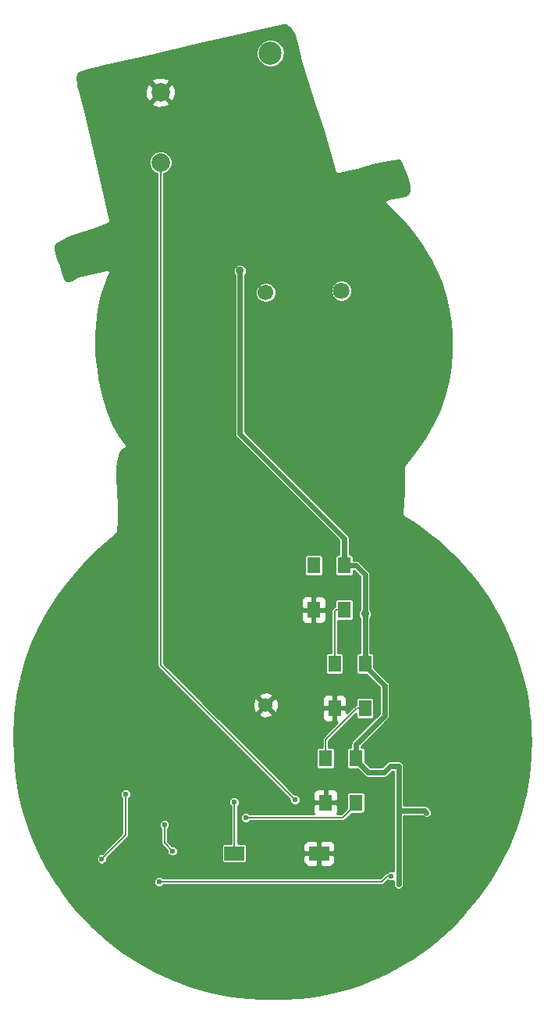
<source format=gbr>
G04 #@! TF.FileFunction,Copper,L1,Top,Signal*
%FSLAX46Y46*%
G04 Gerber Fmt 4.6, Leading zero omitted, Abs format (unit mm)*
G04 Created by KiCad (PCBNEW 4.0.4-stable) date 12/07/16 00:33:37*
%MOMM*%
%LPD*%
G01*
G04 APERTURE LIST*
%ADD10C,0.100000*%
%ADD11C,1.700000*%
%ADD12C,1.524000*%
%ADD13R,1.400000X1.800000*%
%ADD14C,2.000000*%
%ADD15R,2.180000X1.600000*%
%ADD16C,1.800000*%
%ADD17C,2.500000*%
%ADD18C,0.600000*%
%ADD19C,0.890000*%
%ADD20C,0.200000*%
%ADD21C,0.600000*%
%ADD22C,0.254000*%
G04 APERTURE END LIST*
D10*
D11*
X204350000Y-110825000D03*
D12*
X204350000Y-155525000D03*
D13*
X212875000Y-140400000D03*
X209575000Y-140400000D03*
X209575000Y-145200000D03*
X212875000Y-145200000D03*
X215125000Y-151050000D03*
X211825000Y-151050000D03*
X211825000Y-155850000D03*
X215125000Y-155850000D03*
D14*
X192950000Y-89150000D03*
X192950000Y-96749680D03*
D13*
X214150000Y-161275000D03*
X210850000Y-161275000D03*
X210850000Y-166075000D03*
X214150000Y-166075000D03*
D15*
X210152430Y-171577320D03*
X200947570Y-171572680D03*
D16*
X212575000Y-110625000D03*
D17*
X204875000Y-84925000D03*
D18*
X207950000Y-145250000D03*
X210125000Y-155850000D03*
X210850000Y-163500000D03*
X222348591Y-175673591D03*
X220075000Y-141575000D03*
X220150000Y-145400000D03*
X223100000Y-143525000D03*
X204175000Y-100550000D03*
X204175000Y-106050000D03*
X222425000Y-162350000D03*
X216250000Y-161625000D03*
X191725000Y-150625000D03*
X189900000Y-153500000D03*
X181425000Y-158425000D03*
X229550000Y-157175000D03*
X221800000Y-167175000D03*
X218775000Y-174925000D03*
D19*
X215125000Y-145650000D03*
X201575000Y-108475000D03*
D18*
X189150000Y-165150000D03*
X186575000Y-172175000D03*
X192800000Y-174650000D03*
X217950000Y-174025000D03*
X202200000Y-167700000D03*
X207550000Y-165775000D03*
X194250000Y-171325000D03*
X193375000Y-168475000D03*
X200950000Y-166000000D03*
D20*
X209575000Y-145200000D02*
X208000000Y-145200000D01*
X208000000Y-145200000D02*
X207950000Y-145250000D01*
X211825000Y-155850000D02*
X210125000Y-155850000D01*
X210850000Y-163500000D02*
X210850000Y-163924264D01*
X210850000Y-163924264D02*
X210850000Y-166075000D01*
D21*
X204175000Y-106050000D02*
X204175000Y-100550000D01*
X218775000Y-166975000D02*
X218775000Y-162125000D01*
X218775000Y-174925000D02*
X218775000Y-166975000D01*
X218775000Y-166975000D02*
X221600000Y-166975000D01*
X221600000Y-166975000D02*
X221800000Y-167175000D01*
X218775000Y-162125000D02*
X217860002Y-162125000D01*
X217860002Y-162125000D02*
X217210002Y-162775000D01*
X217210002Y-162775000D02*
X215450000Y-162775000D01*
X215450000Y-162775000D02*
X214150000Y-161475000D01*
X214150000Y-161475000D02*
X214150000Y-161275000D01*
X217250000Y-153375000D02*
X217250000Y-156675000D01*
X217250000Y-156675000D02*
X214150000Y-159775000D01*
X214150000Y-159775000D02*
X214150000Y-161275000D01*
X215125000Y-151050000D02*
X215125000Y-151250000D01*
X215125000Y-151250000D02*
X217250000Y-153375000D01*
X215125000Y-145650000D02*
X215125000Y-149550000D01*
X215125000Y-141350000D02*
X215125000Y-145650000D01*
X212875000Y-140400000D02*
X214175000Y-140400000D01*
X214175000Y-140400000D02*
X215125000Y-141350000D01*
X215125000Y-149550000D02*
X215125000Y-151050000D01*
X201575000Y-126150000D02*
X212875000Y-137450000D01*
X212875000Y-137450000D02*
X212875000Y-140400000D01*
X201575000Y-108475000D02*
X201575000Y-126150000D01*
D20*
X186575000Y-172175000D02*
X189150000Y-169600000D01*
X189150000Y-169600000D02*
X189150000Y-165150000D01*
X216925736Y-174625000D02*
X192825000Y-174625000D01*
X192825000Y-174625000D02*
X192800000Y-174650000D01*
X217950000Y-174025000D02*
X217525736Y-174025000D01*
X217525736Y-174025000D02*
X216925736Y-174625000D01*
X210850000Y-161275000D02*
X210850000Y-159225000D01*
X210850000Y-159225000D02*
X214225000Y-155850000D01*
X214225000Y-155850000D02*
X215125000Y-155850000D01*
X202200000Y-167700000D02*
X212725000Y-167700000D01*
X212725000Y-167700000D02*
X214150000Y-166275000D01*
X214150000Y-166275000D02*
X214150000Y-166075000D01*
X211825000Y-151050000D02*
X211825000Y-145350000D01*
X211825000Y-145350000D02*
X211975000Y-145200000D01*
X211975000Y-145200000D02*
X212875000Y-145200000D01*
X207550000Y-165775000D02*
X192950000Y-151175000D01*
X192950000Y-151175000D02*
X192950000Y-96749680D01*
X193375000Y-168475000D02*
X193375000Y-170450000D01*
X193375000Y-170450000D02*
X194250000Y-171325000D01*
X200947570Y-171572680D02*
X200947570Y-166002430D01*
X200947570Y-166002430D02*
X200950000Y-166000000D01*
D22*
G36*
X206532777Y-81886305D02*
X206635271Y-81916571D01*
X206884000Y-82081116D01*
X207143154Y-82409299D01*
X207421352Y-82989317D01*
X207709689Y-83909887D01*
X208046299Y-85323002D01*
X208048325Y-85327418D01*
X208048649Y-85332263D01*
X208153995Y-85723437D01*
X208157084Y-85729682D01*
X208157840Y-85736608D01*
X209608249Y-90343205D01*
X209608599Y-90343843D01*
X209608681Y-90344568D01*
X210556018Y-93308088D01*
X211462086Y-96280293D01*
X211880417Y-97750580D01*
X211906832Y-97802129D01*
X211931342Y-97854609D01*
X211935829Y-97858716D01*
X211938603Y-97864129D01*
X211982726Y-97901637D01*
X212025462Y-97940751D01*
X212031181Y-97942829D01*
X212035814Y-97946767D01*
X212090925Y-97964533D01*
X212145383Y-97984317D01*
X212151461Y-97984048D01*
X212157250Y-97985914D01*
X212214981Y-97981236D01*
X212272847Y-97978675D01*
X214279241Y-97486442D01*
X214281499Y-97485387D01*
X214283987Y-97485240D01*
X215923035Y-97057016D01*
X217601878Y-96681186D01*
X218815641Y-96491759D01*
X218961096Y-96702955D01*
X219431681Y-97676310D01*
X219647608Y-98255716D01*
X219815944Y-98843049D01*
X219894004Y-99261388D01*
X219916951Y-99628567D01*
X219897636Y-99831436D01*
X219851386Y-99986282D01*
X219795248Y-100083780D01*
X219730558Y-100154447D01*
X219479457Y-100302197D01*
X219021404Y-100419972D01*
X218072714Y-100568272D01*
X218050682Y-100576350D01*
X218027333Y-100578722D01*
X217517842Y-100734987D01*
X217498596Y-100745351D01*
X217477332Y-100750417D01*
X217442916Y-100775332D01*
X217405504Y-100795477D01*
X217391688Y-100812417D01*
X217373983Y-100825235D01*
X217351719Y-100861427D01*
X217324866Y-100894354D01*
X217318586Y-100915289D01*
X217307132Y-100933908D01*
X217300414Y-100975863D01*
X217288204Y-101016563D01*
X217290414Y-101038312D01*
X217286958Y-101059893D01*
X217296806Y-101101223D01*
X217301101Y-101143498D01*
X217311465Y-101162744D01*
X217316531Y-101184008D01*
X217341446Y-101218424D01*
X217361591Y-101255836D01*
X217378531Y-101269652D01*
X217391349Y-101287357D01*
X218162812Y-102002938D01*
X218917262Y-102763655D01*
X219578418Y-103489888D01*
X220219368Y-104258419D01*
X220785886Y-105002332D01*
X221327314Y-105783653D01*
X221806409Y-106547061D01*
X222257198Y-107344490D01*
X222654071Y-108129432D01*
X223020286Y-108946028D01*
X223338596Y-109755039D01*
X223624301Y-110593972D01*
X223866238Y-111430043D01*
X224073762Y-112294921D01*
X224240141Y-113161465D01*
X224370117Y-114054801D01*
X224483823Y-115289881D01*
X224518152Y-117079305D01*
X224399171Y-118785392D01*
X224133021Y-120423387D01*
X223722405Y-122006813D01*
X223166198Y-123549641D01*
X222458951Y-125066969D01*
X221589850Y-126576351D01*
X220539895Y-128101535D01*
X219389825Y-129546072D01*
X219369922Y-129584675D01*
X219345297Y-129620449D01*
X219340936Y-129640893D01*
X219331356Y-129659474D01*
X219327741Y-129702753D01*
X219318680Y-129745230D01*
X219283018Y-132327555D01*
X219149958Y-134812216D01*
X219156226Y-134855796D01*
X219157095Y-134899818D01*
X219165231Y-134918413D01*
X219168121Y-134938505D01*
X219190591Y-134976372D01*
X219208240Y-135016708D01*
X219222873Y-135030775D01*
X219233232Y-135048231D01*
X219268480Y-135074615D01*
X219300223Y-135105128D01*
X220288849Y-135737832D01*
X221242028Y-136396247D01*
X222135997Y-137062454D01*
X223000177Y-137757082D01*
X223812681Y-138461502D01*
X224596139Y-139194261D01*
X225334123Y-139939212D01*
X226043593Y-140712612D01*
X226712644Y-141501036D01*
X227353446Y-142318233D01*
X227957942Y-143153819D01*
X228534127Y-144018632D01*
X229077134Y-144905606D01*
X229591635Y-145822569D01*
X230075148Y-146765867D01*
X230528423Y-147737377D01*
X231349627Y-149782438D01*
X232052679Y-151966455D01*
X232114577Y-152186565D01*
X232368402Y-153176624D01*
X232586452Y-154195565D01*
X232760522Y-155204124D01*
X232898482Y-156246277D01*
X232996201Y-157294262D01*
X233056166Y-158378210D01*
X233076577Y-159481350D01*
X233056972Y-160624761D01*
X233035207Y-161139793D01*
X232854361Y-163216142D01*
X232526135Y-165213751D01*
X232052885Y-167146729D01*
X231435193Y-169024178D01*
X230671329Y-170855136D01*
X229757101Y-172648633D01*
X228685526Y-174414080D01*
X227446375Y-176161870D01*
X226022351Y-177907719D01*
X225753440Y-178213235D01*
X225053739Y-178969451D01*
X224322018Y-179701549D01*
X223561942Y-180405753D01*
X222770198Y-181084793D01*
X221954792Y-181731616D01*
X221109733Y-182350800D01*
X220245609Y-182934461D01*
X219353905Y-183488309D01*
X218447452Y-184004282D01*
X217515447Y-184488485D01*
X216572550Y-184933307D01*
X215606100Y-185344703D01*
X214631974Y-185715890D01*
X213636247Y-186052156D01*
X212635404Y-186347915D01*
X211616164Y-186607108D01*
X210108526Y-186915600D01*
X208255729Y-187163043D01*
X206078161Y-187294870D01*
X203738495Y-187278511D01*
X202595793Y-187211722D01*
X201480861Y-187105551D01*
X200144274Y-186915982D01*
X198108230Y-186488606D01*
X196122968Y-185912725D01*
X194191245Y-185190050D01*
X192318163Y-184322703D01*
X190510059Y-183313346D01*
X188774408Y-182165370D01*
X187119750Y-180883329D01*
X185554647Y-179472331D01*
X184410334Y-178295283D01*
X183709679Y-177502543D01*
X183032205Y-176675198D01*
X182390327Y-175828150D01*
X181775767Y-174950243D01*
X181655779Y-174764269D01*
X192222900Y-174764269D01*
X192310558Y-174976417D01*
X192472729Y-175138871D01*
X192684724Y-175226900D01*
X192914269Y-175227100D01*
X193126417Y-175139442D01*
X193264099Y-175002000D01*
X216925736Y-175002000D01*
X217070008Y-174973303D01*
X217192315Y-174891579D01*
X217596399Y-174487495D01*
X217622729Y-174513871D01*
X217834724Y-174601900D01*
X218064269Y-174602100D01*
X218198000Y-174546843D01*
X218198000Y-174924497D01*
X218197900Y-175039269D01*
X218285558Y-175251417D01*
X218366997Y-175332998D01*
X218366999Y-175333001D01*
X218367002Y-175333003D01*
X218447729Y-175413871D01*
X218659724Y-175501900D01*
X218889269Y-175502100D01*
X219101417Y-175414442D01*
X219182998Y-175333003D01*
X219183001Y-175333001D01*
X219183003Y-175332998D01*
X219263871Y-175252271D01*
X219351900Y-175040276D01*
X219352100Y-174810731D01*
X219352000Y-174810489D01*
X219352000Y-167552000D01*
X221360999Y-167552000D01*
X221391881Y-167582882D01*
X221472729Y-167663871D01*
X221684724Y-167751900D01*
X221799997Y-167752000D01*
X221800000Y-167752001D01*
X221800003Y-167752000D01*
X221914269Y-167752100D01*
X222126417Y-167664442D01*
X222207998Y-167583003D01*
X222208001Y-167583001D01*
X222208003Y-167582998D01*
X222288871Y-167502271D01*
X222376900Y-167290276D01*
X222377000Y-167175003D01*
X222377001Y-167175000D01*
X222377000Y-167174997D01*
X222377100Y-167060731D01*
X222289442Y-166848583D01*
X222127271Y-166686129D01*
X222127031Y-166686029D01*
X222008001Y-166566999D01*
X221820808Y-166441922D01*
X221600000Y-166397999D01*
X221599995Y-166398000D01*
X219352000Y-166398000D01*
X219352000Y-162125000D01*
X219308078Y-161904192D01*
X219183001Y-161716999D01*
X218995808Y-161591922D01*
X218775000Y-161548000D01*
X217860007Y-161548000D01*
X217860002Y-161547999D01*
X217639194Y-161591922D01*
X217452001Y-161716999D01*
X217451999Y-161717002D01*
X216971000Y-162198000D01*
X215689001Y-162198000D01*
X215132426Y-161641424D01*
X215132426Y-160375000D01*
X215113111Y-160272350D01*
X215052445Y-160178073D01*
X214959880Y-160114825D01*
X214850000Y-160092574D01*
X214727000Y-160092574D01*
X214727000Y-160014002D01*
X217658001Y-157083001D01*
X217783078Y-156895808D01*
X217827001Y-156675000D01*
X217827000Y-156674995D01*
X217827000Y-153375005D01*
X217827001Y-153375000D01*
X217783078Y-153154192D01*
X217693788Y-153020559D01*
X217658001Y-152966999D01*
X217657998Y-152966997D01*
X216107426Y-151416424D01*
X216107426Y-150150000D01*
X216088111Y-150047350D01*
X216027445Y-149953073D01*
X215934880Y-149889825D01*
X215825000Y-149867574D01*
X215702000Y-149867574D01*
X215702000Y-146094179D01*
X215736725Y-146059514D01*
X215846875Y-145794245D01*
X215847125Y-145507015D01*
X215737439Y-145241554D01*
X215702000Y-145206053D01*
X215702000Y-141350005D01*
X215702001Y-141350000D01*
X215658078Y-141129192D01*
X215533001Y-140941999D01*
X214583001Y-139991999D01*
X214395808Y-139866922D01*
X214175000Y-139822999D01*
X214174995Y-139823000D01*
X213857426Y-139823000D01*
X213857426Y-139500000D01*
X213838111Y-139397350D01*
X213777445Y-139303073D01*
X213684880Y-139239825D01*
X213575000Y-139217574D01*
X213452000Y-139217574D01*
X213452000Y-137450000D01*
X213408078Y-137229192D01*
X213283001Y-137041999D01*
X213282998Y-137041997D01*
X202152000Y-125910998D01*
X202152000Y-111048191D01*
X203222805Y-111048191D01*
X203394019Y-111462560D01*
X203710772Y-111779867D01*
X204124842Y-111951804D01*
X204573191Y-111952195D01*
X204987560Y-111780981D01*
X205304867Y-111464228D01*
X205476804Y-111050158D01*
X205476971Y-110858093D01*
X211397796Y-110858093D01*
X211576606Y-111290846D01*
X211907412Y-111622230D01*
X212339853Y-111801795D01*
X212808093Y-111802204D01*
X213240846Y-111623394D01*
X213572230Y-111292588D01*
X213751795Y-110860147D01*
X213752204Y-110391907D01*
X213573394Y-109959154D01*
X213242588Y-109627770D01*
X212810147Y-109448205D01*
X212341907Y-109447796D01*
X211909154Y-109626606D01*
X211577770Y-109957412D01*
X211398205Y-110389853D01*
X211397796Y-110858093D01*
X205476971Y-110858093D01*
X205477195Y-110601809D01*
X205305981Y-110187440D01*
X204989228Y-109870133D01*
X204575158Y-109698196D01*
X204126809Y-109697805D01*
X203712440Y-109869019D01*
X203395133Y-110185772D01*
X203223196Y-110599842D01*
X203222805Y-111048191D01*
X202152000Y-111048191D01*
X202152000Y-108919179D01*
X202186725Y-108884514D01*
X202296875Y-108619245D01*
X202297125Y-108332015D01*
X202187439Y-108066554D01*
X201984514Y-107863275D01*
X201719245Y-107753125D01*
X201432015Y-107752875D01*
X201166554Y-107862561D01*
X200963275Y-108065486D01*
X200853125Y-108330755D01*
X200852875Y-108617985D01*
X200962561Y-108883446D01*
X200998000Y-108918947D01*
X200998000Y-126149995D01*
X200997999Y-126150000D01*
X201041922Y-126370808D01*
X201166999Y-126558001D01*
X212298000Y-137689001D01*
X212298000Y-139217574D01*
X212175000Y-139217574D01*
X212072350Y-139236889D01*
X211978073Y-139297555D01*
X211914825Y-139390120D01*
X211892574Y-139500000D01*
X211892574Y-141300000D01*
X211911889Y-141402650D01*
X211972555Y-141496927D01*
X212065120Y-141560175D01*
X212175000Y-141582426D01*
X213575000Y-141582426D01*
X213677650Y-141563111D01*
X213771927Y-141502445D01*
X213835175Y-141409880D01*
X213857426Y-141300000D01*
X213857426Y-140977000D01*
X213935998Y-140977000D01*
X214548000Y-141589002D01*
X214548000Y-145205821D01*
X214513275Y-145240486D01*
X214403125Y-145505755D01*
X214402875Y-145792985D01*
X214512561Y-146058446D01*
X214548000Y-146093947D01*
X214548000Y-149867574D01*
X214425000Y-149867574D01*
X214322350Y-149886889D01*
X214228073Y-149947555D01*
X214164825Y-150040120D01*
X214142574Y-150150000D01*
X214142574Y-151950000D01*
X214161889Y-152052650D01*
X214222555Y-152146927D01*
X214315120Y-152210175D01*
X214425000Y-152232426D01*
X215291424Y-152232426D01*
X216673000Y-153614001D01*
X216673000Y-156435998D01*
X213741999Y-159366999D01*
X213616922Y-159554192D01*
X213572999Y-159775000D01*
X213573000Y-159775005D01*
X213573000Y-160092574D01*
X213450000Y-160092574D01*
X213347350Y-160111889D01*
X213253073Y-160172555D01*
X213189825Y-160265120D01*
X213167574Y-160375000D01*
X213167574Y-162175000D01*
X213186889Y-162277650D01*
X213247555Y-162371927D01*
X213340120Y-162435175D01*
X213450000Y-162457426D01*
X214316424Y-162457426D01*
X215041997Y-163182998D01*
X215041999Y-163183001D01*
X215195045Y-163285262D01*
X215229192Y-163308078D01*
X215450000Y-163352001D01*
X215450005Y-163352000D01*
X217209997Y-163352000D01*
X217210002Y-163352001D01*
X217430810Y-163308078D01*
X217618003Y-163183001D01*
X218099003Y-162702000D01*
X218198000Y-162702000D01*
X218198000Y-173503212D01*
X218065276Y-173448100D01*
X217835731Y-173447900D01*
X217623583Y-173535558D01*
X217507264Y-173651674D01*
X217381464Y-173676697D01*
X217259157Y-173758421D01*
X216769578Y-174248000D01*
X193213991Y-174248000D01*
X193127271Y-174161129D01*
X192915276Y-174073100D01*
X192685731Y-174072900D01*
X192473583Y-174160558D01*
X192311129Y-174322729D01*
X192223100Y-174534724D01*
X192222900Y-174764269D01*
X181655779Y-174764269D01*
X181200507Y-174058632D01*
X180655159Y-173138694D01*
X180194256Y-172289269D01*
X185997900Y-172289269D01*
X186085558Y-172501417D01*
X186247729Y-172663871D01*
X186459724Y-172751900D01*
X186689269Y-172752100D01*
X186901417Y-172664442D01*
X187063871Y-172502271D01*
X187151900Y-172290276D01*
X187152039Y-172131119D01*
X189416579Y-169866579D01*
X189498303Y-169744272D01*
X189527000Y-169600000D01*
X189527000Y-168589269D01*
X192797900Y-168589269D01*
X192885558Y-168801417D01*
X192998000Y-168914055D01*
X192998000Y-170450000D01*
X193026697Y-170594272D01*
X193108421Y-170716579D01*
X193673038Y-171281196D01*
X193672900Y-171439269D01*
X193760558Y-171651417D01*
X193922729Y-171813871D01*
X194134724Y-171901900D01*
X194364269Y-171902100D01*
X194576417Y-171814442D01*
X194738871Y-171652271D01*
X194826900Y-171440276D01*
X194827100Y-171210731D01*
X194739442Y-170998583D01*
X194577271Y-170836129D01*
X194424471Y-170772680D01*
X199575144Y-170772680D01*
X199575144Y-172372680D01*
X199594459Y-172475330D01*
X199655125Y-172569607D01*
X199747690Y-172632855D01*
X199857570Y-172655106D01*
X202037570Y-172655106D01*
X202140220Y-172635791D01*
X202234497Y-172575125D01*
X202297745Y-172482560D01*
X202319996Y-172372680D01*
X202319996Y-171863070D01*
X208427430Y-171863070D01*
X208427430Y-172503630D01*
X208524103Y-172737019D01*
X208702732Y-172915647D01*
X208936121Y-173012320D01*
X209866680Y-173012320D01*
X210025430Y-172853570D01*
X210025430Y-171704320D01*
X210279430Y-171704320D01*
X210279430Y-172853570D01*
X210438180Y-173012320D01*
X211368739Y-173012320D01*
X211602128Y-172915647D01*
X211780757Y-172737019D01*
X211877430Y-172503630D01*
X211877430Y-171863070D01*
X211718680Y-171704320D01*
X210279430Y-171704320D01*
X210025430Y-171704320D01*
X208586180Y-171704320D01*
X208427430Y-171863070D01*
X202319996Y-171863070D01*
X202319996Y-170772680D01*
X202300681Y-170670030D01*
X202288442Y-170651010D01*
X208427430Y-170651010D01*
X208427430Y-171291570D01*
X208586180Y-171450320D01*
X210025430Y-171450320D01*
X210025430Y-170301070D01*
X210279430Y-170301070D01*
X210279430Y-171450320D01*
X211718680Y-171450320D01*
X211877430Y-171291570D01*
X211877430Y-170651010D01*
X211780757Y-170417621D01*
X211602128Y-170238993D01*
X211368739Y-170142320D01*
X210438180Y-170142320D01*
X210279430Y-170301070D01*
X210025430Y-170301070D01*
X209866680Y-170142320D01*
X208936121Y-170142320D01*
X208702732Y-170238993D01*
X208524103Y-170417621D01*
X208427430Y-170651010D01*
X202288442Y-170651010D01*
X202240015Y-170575753D01*
X202147450Y-170512505D01*
X202037570Y-170490254D01*
X201324570Y-170490254D01*
X201324570Y-167814269D01*
X201622900Y-167814269D01*
X201710558Y-168026417D01*
X201872729Y-168188871D01*
X202084724Y-168276900D01*
X202314269Y-168277100D01*
X202526417Y-168189442D01*
X202639055Y-168077000D01*
X212725000Y-168077000D01*
X212869272Y-168048303D01*
X212991579Y-167966579D01*
X213700732Y-167257426D01*
X214850000Y-167257426D01*
X214952650Y-167238111D01*
X215046927Y-167177445D01*
X215110175Y-167084880D01*
X215132426Y-166975000D01*
X215132426Y-165175000D01*
X215113111Y-165072350D01*
X215052445Y-164978073D01*
X214959880Y-164914825D01*
X214850000Y-164892574D01*
X213450000Y-164892574D01*
X213347350Y-164911889D01*
X213253073Y-164972555D01*
X213189825Y-165065120D01*
X213167574Y-165175000D01*
X213167574Y-166724268D01*
X212568842Y-167323000D01*
X212093173Y-167323000D01*
X212185000Y-167101310D01*
X212185000Y-166360750D01*
X212026250Y-166202000D01*
X210977000Y-166202000D01*
X210977000Y-166222000D01*
X210723000Y-166222000D01*
X210723000Y-166202000D01*
X209673750Y-166202000D01*
X209515000Y-166360750D01*
X209515000Y-167101310D01*
X209606827Y-167323000D01*
X202638947Y-167323000D01*
X202527271Y-167211129D01*
X202315276Y-167123100D01*
X202085731Y-167122900D01*
X201873583Y-167210558D01*
X201711129Y-167372729D01*
X201623100Y-167584724D01*
X201622900Y-167814269D01*
X201324570Y-167814269D01*
X201324570Y-166441373D01*
X201438871Y-166327271D01*
X201526900Y-166115276D01*
X201527100Y-165885731D01*
X201439442Y-165673583D01*
X201277271Y-165511129D01*
X201065276Y-165423100D01*
X200835731Y-165422900D01*
X200623583Y-165510558D01*
X200461129Y-165672729D01*
X200373100Y-165884724D01*
X200372900Y-166114269D01*
X200460558Y-166326417D01*
X200570570Y-166436621D01*
X200570570Y-170490254D01*
X199857570Y-170490254D01*
X199754920Y-170509569D01*
X199660643Y-170570235D01*
X199597395Y-170662800D01*
X199575144Y-170772680D01*
X194424471Y-170772680D01*
X194365276Y-170748100D01*
X194206119Y-170747961D01*
X193752000Y-170293842D01*
X193752000Y-168913947D01*
X193863871Y-168802271D01*
X193951900Y-168590276D01*
X193952100Y-168360731D01*
X193864442Y-168148583D01*
X193702271Y-167986129D01*
X193490276Y-167898100D01*
X193260731Y-167897900D01*
X193048583Y-167985558D01*
X192886129Y-168147729D01*
X192798100Y-168359724D01*
X192797900Y-168589269D01*
X189527000Y-168589269D01*
X189527000Y-165588947D01*
X189638871Y-165477271D01*
X189726900Y-165265276D01*
X189727100Y-165035731D01*
X189639442Y-164823583D01*
X189477271Y-164661129D01*
X189265276Y-164573100D01*
X189035731Y-164572900D01*
X188823583Y-164660558D01*
X188661129Y-164822729D01*
X188573100Y-165034724D01*
X188572900Y-165264269D01*
X188660558Y-165476417D01*
X188773000Y-165589055D01*
X188773000Y-169443842D01*
X186618804Y-171598038D01*
X186460731Y-171597900D01*
X186248583Y-171685558D01*
X186086129Y-171847729D01*
X185998100Y-172059724D01*
X185997900Y-172289269D01*
X180194256Y-172289269D01*
X180151385Y-172210260D01*
X179679724Y-171256017D01*
X179250689Y-170297487D01*
X178855637Y-169315603D01*
X178503397Y-168332629D01*
X178186654Y-167328493D01*
X177912398Y-166325646D01*
X177674936Y-165303608D01*
X177479304Y-164284327D01*
X177322054Y-163250638D01*
X177130962Y-161226378D01*
X177074818Y-158869984D01*
X177175662Y-156643395D01*
X177425119Y-154533846D01*
X177817063Y-152528012D01*
X178347790Y-150612915D01*
X179016289Y-148775704D01*
X179824410Y-147003694D01*
X180777271Y-145284002D01*
X181883789Y-143603105D01*
X183157703Y-141945893D01*
X184619612Y-140293915D01*
X186301428Y-138621437D01*
X188197586Y-136936750D01*
X188234869Y-136887507D01*
X188272757Y-136838769D01*
X188273319Y-136836722D01*
X188274602Y-136835028D01*
X188290194Y-136775297D01*
X188306555Y-136715739D01*
X188391089Y-135539560D01*
X188389327Y-135525493D01*
X188391898Y-135511554D01*
X188368704Y-133850330D01*
X188367813Y-133846156D01*
X188368479Y-133841940D01*
X188252614Y-130919709D01*
X188265365Y-129991468D01*
X188337467Y-129144614D01*
X188466896Y-128477060D01*
X188559941Y-128191590D01*
X188642302Y-128036034D01*
X188712015Y-127954036D01*
X188995399Y-127781750D01*
X189027624Y-127769542D01*
X189062114Y-127747992D01*
X189099345Y-127731608D01*
X189115732Y-127714489D01*
X189135827Y-127701933D01*
X189159445Y-127668823D01*
X189187571Y-127639441D01*
X189196159Y-127617354D01*
X189209921Y-127598062D01*
X189219071Y-127558431D01*
X189233811Y-127520525D01*
X189233293Y-127496835D01*
X189238625Y-127473743D01*
X189231912Y-127433626D01*
X189231024Y-127392965D01*
X189221480Y-127371276D01*
X189217569Y-127347904D01*
X189196015Y-127313409D01*
X189179634Y-127276184D01*
X188500417Y-126306224D01*
X187852874Y-125108230D01*
X187252022Y-123665247D01*
X186730460Y-122001337D01*
X186320880Y-120163709D01*
X186168423Y-119207708D01*
X186053615Y-118235085D01*
X185978932Y-117263483D01*
X185944602Y-116289920D01*
X185951255Y-115346409D01*
X185998668Y-114411491D01*
X186083481Y-113528594D01*
X186207909Y-112662834D01*
X186363356Y-111862241D01*
X186556198Y-111084956D01*
X186772733Y-110377738D01*
X187023060Y-109699913D01*
X187431362Y-108803156D01*
X187440579Y-108763952D01*
X187455417Y-108726513D01*
X187455047Y-108702416D01*
X187460563Y-108678954D01*
X187454076Y-108639207D01*
X187453457Y-108598940D01*
X187443892Y-108576816D01*
X187440010Y-108553030D01*
X187418808Y-108518794D01*
X187402826Y-108481827D01*
X187385522Y-108465047D01*
X187372833Y-108444557D01*
X187340143Y-108421041D01*
X187311231Y-108393004D01*
X187288824Y-108384124D01*
X187269260Y-108370050D01*
X187230056Y-108360833D01*
X187192617Y-108345995D01*
X187168520Y-108346365D01*
X187145058Y-108340849D01*
X187105311Y-108347336D01*
X187065044Y-108347955D01*
X185903881Y-108597528D01*
X185902987Y-108597914D01*
X185902014Y-108597935D01*
X184411520Y-108927418D01*
X184398220Y-108933261D01*
X184383777Y-108934842D01*
X184072140Y-109033093D01*
X184049846Y-109045323D01*
X184025295Y-109051950D01*
X183623463Y-109251032D01*
X183614434Y-109257987D01*
X183603659Y-109261707D01*
X183314247Y-109430813D01*
X183060776Y-109523320D01*
X182857883Y-109525475D01*
X182761158Y-109499015D01*
X182675471Y-109452664D01*
X182607146Y-109392478D01*
X182444360Y-109133044D01*
X182290917Y-108646654D01*
X182117946Y-107915104D01*
X182109260Y-107896092D01*
X182105877Y-107875470D01*
X181841701Y-107171420D01*
X181628756Y-106596835D01*
X181515307Y-106071165D01*
X181531009Y-105771209D01*
X181543180Y-105738535D01*
X181706436Y-105544974D01*
X182116228Y-105273195D01*
X182887727Y-104926366D01*
X184060550Y-104506745D01*
X184061399Y-104506236D01*
X184062377Y-104506085D01*
X184110012Y-104488722D01*
X185758403Y-103923298D01*
X185760660Y-103921985D01*
X185763240Y-103921596D01*
X187244694Y-103387325D01*
X187282518Y-103364525D01*
X187322840Y-103346508D01*
X187336698Y-103331865D01*
X187353965Y-103321457D01*
X187380186Y-103285916D01*
X187410543Y-103253841D01*
X187417742Y-103235011D01*
X187429713Y-103218786D01*
X187440337Y-103175915D01*
X187456109Y-103134665D01*
X187455554Y-103114513D01*
X187460404Y-103094943D01*
X187453813Y-103051267D01*
X187452598Y-103007125D01*
X186085491Y-97002577D01*
X191672779Y-97002577D01*
X191866781Y-97472097D01*
X192225693Y-97831637D01*
X192573000Y-97975851D01*
X192573000Y-151175000D01*
X192601697Y-151319272D01*
X192683421Y-151441579D01*
X206973038Y-165731196D01*
X206972900Y-165889269D01*
X207060558Y-166101417D01*
X207222729Y-166263871D01*
X207434724Y-166351900D01*
X207664269Y-166352100D01*
X207876417Y-166264442D01*
X208038871Y-166102271D01*
X208126900Y-165890276D01*
X208127100Y-165660731D01*
X208039442Y-165448583D01*
X207877271Y-165286129D01*
X207665276Y-165198100D01*
X207506119Y-165197961D01*
X207356848Y-165048690D01*
X209515000Y-165048690D01*
X209515000Y-165789250D01*
X209673750Y-165948000D01*
X210723000Y-165948000D01*
X210723000Y-164698750D01*
X210977000Y-164698750D01*
X210977000Y-165948000D01*
X212026250Y-165948000D01*
X212185000Y-165789250D01*
X212185000Y-165048690D01*
X212088327Y-164815301D01*
X211909698Y-164636673D01*
X211676309Y-164540000D01*
X211135750Y-164540000D01*
X210977000Y-164698750D01*
X210723000Y-164698750D01*
X210564250Y-164540000D01*
X210023691Y-164540000D01*
X209790302Y-164636673D01*
X209611673Y-164815301D01*
X209515000Y-165048690D01*
X207356848Y-165048690D01*
X202683158Y-160375000D01*
X209867574Y-160375000D01*
X209867574Y-162175000D01*
X209886889Y-162277650D01*
X209947555Y-162371927D01*
X210040120Y-162435175D01*
X210150000Y-162457426D01*
X211550000Y-162457426D01*
X211652650Y-162438111D01*
X211746927Y-162377445D01*
X211810175Y-162284880D01*
X211832426Y-162175000D01*
X211832426Y-160375000D01*
X211813111Y-160272350D01*
X211752445Y-160178073D01*
X211659880Y-160114825D01*
X211550000Y-160092574D01*
X211227000Y-160092574D01*
X211227000Y-159381158D01*
X214142574Y-156465584D01*
X214142574Y-156750000D01*
X214161889Y-156852650D01*
X214222555Y-156946927D01*
X214315120Y-157010175D01*
X214425000Y-157032426D01*
X215825000Y-157032426D01*
X215927650Y-157013111D01*
X216021927Y-156952445D01*
X216085175Y-156859880D01*
X216107426Y-156750000D01*
X216107426Y-154950000D01*
X216088111Y-154847350D01*
X216027445Y-154753073D01*
X215934880Y-154689825D01*
X215825000Y-154667574D01*
X214425000Y-154667574D01*
X214322350Y-154686889D01*
X214228073Y-154747555D01*
X214164825Y-154840120D01*
X214142574Y-154950000D01*
X214142574Y-155489395D01*
X214080728Y-155501697D01*
X213958421Y-155583421D01*
X213160000Y-156381842D01*
X213160000Y-156135750D01*
X213001250Y-155977000D01*
X211952000Y-155977000D01*
X211952000Y-157226250D01*
X212110750Y-157385000D01*
X212156842Y-157385000D01*
X210583421Y-158958421D01*
X210501697Y-159080728D01*
X210473000Y-159225000D01*
X210473000Y-160092574D01*
X210150000Y-160092574D01*
X210047350Y-160111889D01*
X209953073Y-160172555D01*
X209889825Y-160265120D01*
X209867574Y-160375000D01*
X202683158Y-160375000D01*
X198813371Y-156505213D01*
X203549392Y-156505213D01*
X203618857Y-156747397D01*
X204142302Y-156934144D01*
X204697368Y-156906362D01*
X205081143Y-156747397D01*
X205150608Y-156505213D01*
X204350000Y-155704605D01*
X203549392Y-156505213D01*
X198813371Y-156505213D01*
X197625460Y-155317302D01*
X202940856Y-155317302D01*
X202968638Y-155872368D01*
X203127603Y-156256143D01*
X203369787Y-156325608D01*
X204170395Y-155525000D01*
X204529605Y-155525000D01*
X205330213Y-156325608D01*
X205572397Y-156256143D01*
X205615349Y-156135750D01*
X210490000Y-156135750D01*
X210490000Y-156876310D01*
X210586673Y-157109699D01*
X210765302Y-157288327D01*
X210998691Y-157385000D01*
X211539250Y-157385000D01*
X211698000Y-157226250D01*
X211698000Y-155977000D01*
X210648750Y-155977000D01*
X210490000Y-156135750D01*
X205615349Y-156135750D01*
X205759144Y-155732698D01*
X205731362Y-155177632D01*
X205584755Y-154823690D01*
X210490000Y-154823690D01*
X210490000Y-155564250D01*
X210648750Y-155723000D01*
X211698000Y-155723000D01*
X211698000Y-154473750D01*
X211952000Y-154473750D01*
X211952000Y-155723000D01*
X213001250Y-155723000D01*
X213160000Y-155564250D01*
X213160000Y-154823690D01*
X213063327Y-154590301D01*
X212884698Y-154411673D01*
X212651309Y-154315000D01*
X212110750Y-154315000D01*
X211952000Y-154473750D01*
X211698000Y-154473750D01*
X211539250Y-154315000D01*
X210998691Y-154315000D01*
X210765302Y-154411673D01*
X210586673Y-154590301D01*
X210490000Y-154823690D01*
X205584755Y-154823690D01*
X205572397Y-154793857D01*
X205330213Y-154724392D01*
X204529605Y-155525000D01*
X204170395Y-155525000D01*
X203369787Y-154724392D01*
X203127603Y-154793857D01*
X202940856Y-155317302D01*
X197625460Y-155317302D01*
X196852945Y-154544787D01*
X203549392Y-154544787D01*
X204350000Y-155345395D01*
X205150608Y-154544787D01*
X205081143Y-154302603D01*
X204557698Y-154115856D01*
X204002632Y-154143638D01*
X203618857Y-154302603D01*
X203549392Y-154544787D01*
X196852945Y-154544787D01*
X193327000Y-151018842D01*
X193327000Y-150150000D01*
X210842574Y-150150000D01*
X210842574Y-151950000D01*
X210861889Y-152052650D01*
X210922555Y-152146927D01*
X211015120Y-152210175D01*
X211125000Y-152232426D01*
X212525000Y-152232426D01*
X212627650Y-152213111D01*
X212721927Y-152152445D01*
X212785175Y-152059880D01*
X212807426Y-151950000D01*
X212807426Y-150150000D01*
X212788111Y-150047350D01*
X212727445Y-149953073D01*
X212634880Y-149889825D01*
X212525000Y-149867574D01*
X212202000Y-149867574D01*
X212202000Y-146382426D01*
X213575000Y-146382426D01*
X213677650Y-146363111D01*
X213771927Y-146302445D01*
X213835175Y-146209880D01*
X213857426Y-146100000D01*
X213857426Y-144300000D01*
X213838111Y-144197350D01*
X213777445Y-144103073D01*
X213684880Y-144039825D01*
X213575000Y-144017574D01*
X212175000Y-144017574D01*
X212072350Y-144036889D01*
X211978073Y-144097555D01*
X211914825Y-144190120D01*
X211892574Y-144300000D01*
X211892574Y-144839395D01*
X211830728Y-144851697D01*
X211708421Y-144933421D01*
X211558421Y-145083421D01*
X211476697Y-145205728D01*
X211448000Y-145350000D01*
X211448000Y-149867574D01*
X211125000Y-149867574D01*
X211022350Y-149886889D01*
X210928073Y-149947555D01*
X210864825Y-150040120D01*
X210842574Y-150150000D01*
X193327000Y-150150000D01*
X193327000Y-145485750D01*
X208240000Y-145485750D01*
X208240000Y-146226310D01*
X208336673Y-146459699D01*
X208515302Y-146638327D01*
X208748691Y-146735000D01*
X209289250Y-146735000D01*
X209448000Y-146576250D01*
X209448000Y-145327000D01*
X209702000Y-145327000D01*
X209702000Y-146576250D01*
X209860750Y-146735000D01*
X210401309Y-146735000D01*
X210634698Y-146638327D01*
X210813327Y-146459699D01*
X210910000Y-146226310D01*
X210910000Y-145485750D01*
X210751250Y-145327000D01*
X209702000Y-145327000D01*
X209448000Y-145327000D01*
X208398750Y-145327000D01*
X208240000Y-145485750D01*
X193327000Y-145485750D01*
X193327000Y-144173690D01*
X208240000Y-144173690D01*
X208240000Y-144914250D01*
X208398750Y-145073000D01*
X209448000Y-145073000D01*
X209448000Y-143823750D01*
X209702000Y-143823750D01*
X209702000Y-145073000D01*
X210751250Y-145073000D01*
X210910000Y-144914250D01*
X210910000Y-144173690D01*
X210813327Y-143940301D01*
X210634698Y-143761673D01*
X210401309Y-143665000D01*
X209860750Y-143665000D01*
X209702000Y-143823750D01*
X209448000Y-143823750D01*
X209289250Y-143665000D01*
X208748691Y-143665000D01*
X208515302Y-143761673D01*
X208336673Y-143940301D01*
X208240000Y-144173690D01*
X193327000Y-144173690D01*
X193327000Y-139500000D01*
X208592574Y-139500000D01*
X208592574Y-141300000D01*
X208611889Y-141402650D01*
X208672555Y-141496927D01*
X208765120Y-141560175D01*
X208875000Y-141582426D01*
X210275000Y-141582426D01*
X210377650Y-141563111D01*
X210471927Y-141502445D01*
X210535175Y-141409880D01*
X210557426Y-141300000D01*
X210557426Y-139500000D01*
X210538111Y-139397350D01*
X210477445Y-139303073D01*
X210384880Y-139239825D01*
X210275000Y-139217574D01*
X208875000Y-139217574D01*
X208772350Y-139236889D01*
X208678073Y-139297555D01*
X208614825Y-139390120D01*
X208592574Y-139500000D01*
X193327000Y-139500000D01*
X193327000Y-97975623D01*
X193672417Y-97832899D01*
X194031957Y-97473987D01*
X194226778Y-97004805D01*
X194227221Y-96496783D01*
X194033219Y-96027263D01*
X193674307Y-95667723D01*
X193205125Y-95472902D01*
X192697103Y-95472459D01*
X192227583Y-95666461D01*
X191868043Y-96025373D01*
X191673222Y-96494555D01*
X191672779Y-97002577D01*
X186085491Y-97002577D01*
X186085136Y-97001021D01*
X186084947Y-97000598D01*
X186084933Y-97000134D01*
X184658427Y-90814207D01*
X184655892Y-90808577D01*
X184655476Y-90802414D01*
X184520450Y-90302532D01*
X191977073Y-90302532D01*
X192075736Y-90569387D01*
X192685461Y-90795908D01*
X193335460Y-90771856D01*
X193824264Y-90569387D01*
X193922927Y-90302532D01*
X192950000Y-89329605D01*
X191977073Y-90302532D01*
X184520450Y-90302532D01*
X184326237Y-89583538D01*
X184158268Y-88885461D01*
X191304092Y-88885461D01*
X191328144Y-89535460D01*
X191530613Y-90024264D01*
X191797468Y-90122927D01*
X192770395Y-89150000D01*
X193129605Y-89150000D01*
X194102532Y-90122927D01*
X194369387Y-90024264D01*
X194595908Y-89414539D01*
X194571856Y-88764540D01*
X194369387Y-88275736D01*
X194102532Y-88177073D01*
X193129605Y-89150000D01*
X192770395Y-89150000D01*
X191797468Y-88177073D01*
X191530613Y-88275736D01*
X191304092Y-88885461D01*
X184158268Y-88885461D01*
X184047224Y-88423968D01*
X183980013Y-87997468D01*
X191977073Y-87997468D01*
X192950000Y-88970395D01*
X193922927Y-87997468D01*
X193824264Y-87730613D01*
X193214539Y-87504092D01*
X192564540Y-87528144D01*
X192075736Y-87730613D01*
X191977073Y-87997468D01*
X183980013Y-87997468D01*
X183964026Y-87896022D01*
X183942975Y-87448989D01*
X183966576Y-87244416D01*
X184027596Y-87088747D01*
X184313661Y-86936439D01*
X185067782Y-86697952D01*
X186360895Y-86399065D01*
X186442883Y-86380780D01*
X186443570Y-86380477D01*
X186444323Y-86380456D01*
X191506821Y-85227407D01*
X203347735Y-85227407D01*
X203579717Y-85788846D01*
X204008894Y-86218773D01*
X204569928Y-86451735D01*
X205177407Y-86452265D01*
X205738846Y-86220283D01*
X206168773Y-85791106D01*
X206401735Y-85230072D01*
X206402265Y-84622593D01*
X206170283Y-84061154D01*
X205741106Y-83631227D01*
X205180072Y-83398265D01*
X204572593Y-83397735D01*
X204011154Y-83629717D01*
X203581227Y-84058894D01*
X203348265Y-84619928D01*
X203347735Y-85227407D01*
X191506821Y-85227407D01*
X196472738Y-84096356D01*
X206240030Y-81896896D01*
X206404575Y-81876397D01*
X206532777Y-81886305D01*
X206532777Y-81886305D01*
G37*
X206532777Y-81886305D02*
X206635271Y-81916571D01*
X206884000Y-82081116D01*
X207143154Y-82409299D01*
X207421352Y-82989317D01*
X207709689Y-83909887D01*
X208046299Y-85323002D01*
X208048325Y-85327418D01*
X208048649Y-85332263D01*
X208153995Y-85723437D01*
X208157084Y-85729682D01*
X208157840Y-85736608D01*
X209608249Y-90343205D01*
X209608599Y-90343843D01*
X209608681Y-90344568D01*
X210556018Y-93308088D01*
X211462086Y-96280293D01*
X211880417Y-97750580D01*
X211906832Y-97802129D01*
X211931342Y-97854609D01*
X211935829Y-97858716D01*
X211938603Y-97864129D01*
X211982726Y-97901637D01*
X212025462Y-97940751D01*
X212031181Y-97942829D01*
X212035814Y-97946767D01*
X212090925Y-97964533D01*
X212145383Y-97984317D01*
X212151461Y-97984048D01*
X212157250Y-97985914D01*
X212214981Y-97981236D01*
X212272847Y-97978675D01*
X214279241Y-97486442D01*
X214281499Y-97485387D01*
X214283987Y-97485240D01*
X215923035Y-97057016D01*
X217601878Y-96681186D01*
X218815641Y-96491759D01*
X218961096Y-96702955D01*
X219431681Y-97676310D01*
X219647608Y-98255716D01*
X219815944Y-98843049D01*
X219894004Y-99261388D01*
X219916951Y-99628567D01*
X219897636Y-99831436D01*
X219851386Y-99986282D01*
X219795248Y-100083780D01*
X219730558Y-100154447D01*
X219479457Y-100302197D01*
X219021404Y-100419972D01*
X218072714Y-100568272D01*
X218050682Y-100576350D01*
X218027333Y-100578722D01*
X217517842Y-100734987D01*
X217498596Y-100745351D01*
X217477332Y-100750417D01*
X217442916Y-100775332D01*
X217405504Y-100795477D01*
X217391688Y-100812417D01*
X217373983Y-100825235D01*
X217351719Y-100861427D01*
X217324866Y-100894354D01*
X217318586Y-100915289D01*
X217307132Y-100933908D01*
X217300414Y-100975863D01*
X217288204Y-101016563D01*
X217290414Y-101038312D01*
X217286958Y-101059893D01*
X217296806Y-101101223D01*
X217301101Y-101143498D01*
X217311465Y-101162744D01*
X217316531Y-101184008D01*
X217341446Y-101218424D01*
X217361591Y-101255836D01*
X217378531Y-101269652D01*
X217391349Y-101287357D01*
X218162812Y-102002938D01*
X218917262Y-102763655D01*
X219578418Y-103489888D01*
X220219368Y-104258419D01*
X220785886Y-105002332D01*
X221327314Y-105783653D01*
X221806409Y-106547061D01*
X222257198Y-107344490D01*
X222654071Y-108129432D01*
X223020286Y-108946028D01*
X223338596Y-109755039D01*
X223624301Y-110593972D01*
X223866238Y-111430043D01*
X224073762Y-112294921D01*
X224240141Y-113161465D01*
X224370117Y-114054801D01*
X224483823Y-115289881D01*
X224518152Y-117079305D01*
X224399171Y-118785392D01*
X224133021Y-120423387D01*
X223722405Y-122006813D01*
X223166198Y-123549641D01*
X222458951Y-125066969D01*
X221589850Y-126576351D01*
X220539895Y-128101535D01*
X219389825Y-129546072D01*
X219369922Y-129584675D01*
X219345297Y-129620449D01*
X219340936Y-129640893D01*
X219331356Y-129659474D01*
X219327741Y-129702753D01*
X219318680Y-129745230D01*
X219283018Y-132327555D01*
X219149958Y-134812216D01*
X219156226Y-134855796D01*
X219157095Y-134899818D01*
X219165231Y-134918413D01*
X219168121Y-134938505D01*
X219190591Y-134976372D01*
X219208240Y-135016708D01*
X219222873Y-135030775D01*
X219233232Y-135048231D01*
X219268480Y-135074615D01*
X219300223Y-135105128D01*
X220288849Y-135737832D01*
X221242028Y-136396247D01*
X222135997Y-137062454D01*
X223000177Y-137757082D01*
X223812681Y-138461502D01*
X224596139Y-139194261D01*
X225334123Y-139939212D01*
X226043593Y-140712612D01*
X226712644Y-141501036D01*
X227353446Y-142318233D01*
X227957942Y-143153819D01*
X228534127Y-144018632D01*
X229077134Y-144905606D01*
X229591635Y-145822569D01*
X230075148Y-146765867D01*
X230528423Y-147737377D01*
X231349627Y-149782438D01*
X232052679Y-151966455D01*
X232114577Y-152186565D01*
X232368402Y-153176624D01*
X232586452Y-154195565D01*
X232760522Y-155204124D01*
X232898482Y-156246277D01*
X232996201Y-157294262D01*
X233056166Y-158378210D01*
X233076577Y-159481350D01*
X233056972Y-160624761D01*
X233035207Y-161139793D01*
X232854361Y-163216142D01*
X232526135Y-165213751D01*
X232052885Y-167146729D01*
X231435193Y-169024178D01*
X230671329Y-170855136D01*
X229757101Y-172648633D01*
X228685526Y-174414080D01*
X227446375Y-176161870D01*
X226022351Y-177907719D01*
X225753440Y-178213235D01*
X225053739Y-178969451D01*
X224322018Y-179701549D01*
X223561942Y-180405753D01*
X222770198Y-181084793D01*
X221954792Y-181731616D01*
X221109733Y-182350800D01*
X220245609Y-182934461D01*
X219353905Y-183488309D01*
X218447452Y-184004282D01*
X217515447Y-184488485D01*
X216572550Y-184933307D01*
X215606100Y-185344703D01*
X214631974Y-185715890D01*
X213636247Y-186052156D01*
X212635404Y-186347915D01*
X211616164Y-186607108D01*
X210108526Y-186915600D01*
X208255729Y-187163043D01*
X206078161Y-187294870D01*
X203738495Y-187278511D01*
X202595793Y-187211722D01*
X201480861Y-187105551D01*
X200144274Y-186915982D01*
X198108230Y-186488606D01*
X196122968Y-185912725D01*
X194191245Y-185190050D01*
X192318163Y-184322703D01*
X190510059Y-183313346D01*
X188774408Y-182165370D01*
X187119750Y-180883329D01*
X185554647Y-179472331D01*
X184410334Y-178295283D01*
X183709679Y-177502543D01*
X183032205Y-176675198D01*
X182390327Y-175828150D01*
X181775767Y-174950243D01*
X181655779Y-174764269D01*
X192222900Y-174764269D01*
X192310558Y-174976417D01*
X192472729Y-175138871D01*
X192684724Y-175226900D01*
X192914269Y-175227100D01*
X193126417Y-175139442D01*
X193264099Y-175002000D01*
X216925736Y-175002000D01*
X217070008Y-174973303D01*
X217192315Y-174891579D01*
X217596399Y-174487495D01*
X217622729Y-174513871D01*
X217834724Y-174601900D01*
X218064269Y-174602100D01*
X218198000Y-174546843D01*
X218198000Y-174924497D01*
X218197900Y-175039269D01*
X218285558Y-175251417D01*
X218366997Y-175332998D01*
X218366999Y-175333001D01*
X218367002Y-175333003D01*
X218447729Y-175413871D01*
X218659724Y-175501900D01*
X218889269Y-175502100D01*
X219101417Y-175414442D01*
X219182998Y-175333003D01*
X219183001Y-175333001D01*
X219183003Y-175332998D01*
X219263871Y-175252271D01*
X219351900Y-175040276D01*
X219352100Y-174810731D01*
X219352000Y-174810489D01*
X219352000Y-167552000D01*
X221360999Y-167552000D01*
X221391881Y-167582882D01*
X221472729Y-167663871D01*
X221684724Y-167751900D01*
X221799997Y-167752000D01*
X221800000Y-167752001D01*
X221800003Y-167752000D01*
X221914269Y-167752100D01*
X222126417Y-167664442D01*
X222207998Y-167583003D01*
X222208001Y-167583001D01*
X222208003Y-167582998D01*
X222288871Y-167502271D01*
X222376900Y-167290276D01*
X222377000Y-167175003D01*
X222377001Y-167175000D01*
X222377000Y-167174997D01*
X222377100Y-167060731D01*
X222289442Y-166848583D01*
X222127271Y-166686129D01*
X222127031Y-166686029D01*
X222008001Y-166566999D01*
X221820808Y-166441922D01*
X221600000Y-166397999D01*
X221599995Y-166398000D01*
X219352000Y-166398000D01*
X219352000Y-162125000D01*
X219308078Y-161904192D01*
X219183001Y-161716999D01*
X218995808Y-161591922D01*
X218775000Y-161548000D01*
X217860007Y-161548000D01*
X217860002Y-161547999D01*
X217639194Y-161591922D01*
X217452001Y-161716999D01*
X217451999Y-161717002D01*
X216971000Y-162198000D01*
X215689001Y-162198000D01*
X215132426Y-161641424D01*
X215132426Y-160375000D01*
X215113111Y-160272350D01*
X215052445Y-160178073D01*
X214959880Y-160114825D01*
X214850000Y-160092574D01*
X214727000Y-160092574D01*
X214727000Y-160014002D01*
X217658001Y-157083001D01*
X217783078Y-156895808D01*
X217827001Y-156675000D01*
X217827000Y-156674995D01*
X217827000Y-153375005D01*
X217827001Y-153375000D01*
X217783078Y-153154192D01*
X217693788Y-153020559D01*
X217658001Y-152966999D01*
X217657998Y-152966997D01*
X216107426Y-151416424D01*
X216107426Y-150150000D01*
X216088111Y-150047350D01*
X216027445Y-149953073D01*
X215934880Y-149889825D01*
X215825000Y-149867574D01*
X215702000Y-149867574D01*
X215702000Y-146094179D01*
X215736725Y-146059514D01*
X215846875Y-145794245D01*
X215847125Y-145507015D01*
X215737439Y-145241554D01*
X215702000Y-145206053D01*
X215702000Y-141350005D01*
X215702001Y-141350000D01*
X215658078Y-141129192D01*
X215533001Y-140941999D01*
X214583001Y-139991999D01*
X214395808Y-139866922D01*
X214175000Y-139822999D01*
X214174995Y-139823000D01*
X213857426Y-139823000D01*
X213857426Y-139500000D01*
X213838111Y-139397350D01*
X213777445Y-139303073D01*
X213684880Y-139239825D01*
X213575000Y-139217574D01*
X213452000Y-139217574D01*
X213452000Y-137450000D01*
X213408078Y-137229192D01*
X213283001Y-137041999D01*
X213282998Y-137041997D01*
X202152000Y-125910998D01*
X202152000Y-111048191D01*
X203222805Y-111048191D01*
X203394019Y-111462560D01*
X203710772Y-111779867D01*
X204124842Y-111951804D01*
X204573191Y-111952195D01*
X204987560Y-111780981D01*
X205304867Y-111464228D01*
X205476804Y-111050158D01*
X205476971Y-110858093D01*
X211397796Y-110858093D01*
X211576606Y-111290846D01*
X211907412Y-111622230D01*
X212339853Y-111801795D01*
X212808093Y-111802204D01*
X213240846Y-111623394D01*
X213572230Y-111292588D01*
X213751795Y-110860147D01*
X213752204Y-110391907D01*
X213573394Y-109959154D01*
X213242588Y-109627770D01*
X212810147Y-109448205D01*
X212341907Y-109447796D01*
X211909154Y-109626606D01*
X211577770Y-109957412D01*
X211398205Y-110389853D01*
X211397796Y-110858093D01*
X205476971Y-110858093D01*
X205477195Y-110601809D01*
X205305981Y-110187440D01*
X204989228Y-109870133D01*
X204575158Y-109698196D01*
X204126809Y-109697805D01*
X203712440Y-109869019D01*
X203395133Y-110185772D01*
X203223196Y-110599842D01*
X203222805Y-111048191D01*
X202152000Y-111048191D01*
X202152000Y-108919179D01*
X202186725Y-108884514D01*
X202296875Y-108619245D01*
X202297125Y-108332015D01*
X202187439Y-108066554D01*
X201984514Y-107863275D01*
X201719245Y-107753125D01*
X201432015Y-107752875D01*
X201166554Y-107862561D01*
X200963275Y-108065486D01*
X200853125Y-108330755D01*
X200852875Y-108617985D01*
X200962561Y-108883446D01*
X200998000Y-108918947D01*
X200998000Y-126149995D01*
X200997999Y-126150000D01*
X201041922Y-126370808D01*
X201166999Y-126558001D01*
X212298000Y-137689001D01*
X212298000Y-139217574D01*
X212175000Y-139217574D01*
X212072350Y-139236889D01*
X211978073Y-139297555D01*
X211914825Y-139390120D01*
X211892574Y-139500000D01*
X211892574Y-141300000D01*
X211911889Y-141402650D01*
X211972555Y-141496927D01*
X212065120Y-141560175D01*
X212175000Y-141582426D01*
X213575000Y-141582426D01*
X213677650Y-141563111D01*
X213771927Y-141502445D01*
X213835175Y-141409880D01*
X213857426Y-141300000D01*
X213857426Y-140977000D01*
X213935998Y-140977000D01*
X214548000Y-141589002D01*
X214548000Y-145205821D01*
X214513275Y-145240486D01*
X214403125Y-145505755D01*
X214402875Y-145792985D01*
X214512561Y-146058446D01*
X214548000Y-146093947D01*
X214548000Y-149867574D01*
X214425000Y-149867574D01*
X214322350Y-149886889D01*
X214228073Y-149947555D01*
X214164825Y-150040120D01*
X214142574Y-150150000D01*
X214142574Y-151950000D01*
X214161889Y-152052650D01*
X214222555Y-152146927D01*
X214315120Y-152210175D01*
X214425000Y-152232426D01*
X215291424Y-152232426D01*
X216673000Y-153614001D01*
X216673000Y-156435998D01*
X213741999Y-159366999D01*
X213616922Y-159554192D01*
X213572999Y-159775000D01*
X213573000Y-159775005D01*
X213573000Y-160092574D01*
X213450000Y-160092574D01*
X213347350Y-160111889D01*
X213253073Y-160172555D01*
X213189825Y-160265120D01*
X213167574Y-160375000D01*
X213167574Y-162175000D01*
X213186889Y-162277650D01*
X213247555Y-162371927D01*
X213340120Y-162435175D01*
X213450000Y-162457426D01*
X214316424Y-162457426D01*
X215041997Y-163182998D01*
X215041999Y-163183001D01*
X215195045Y-163285262D01*
X215229192Y-163308078D01*
X215450000Y-163352001D01*
X215450005Y-163352000D01*
X217209997Y-163352000D01*
X217210002Y-163352001D01*
X217430810Y-163308078D01*
X217618003Y-163183001D01*
X218099003Y-162702000D01*
X218198000Y-162702000D01*
X218198000Y-173503212D01*
X218065276Y-173448100D01*
X217835731Y-173447900D01*
X217623583Y-173535558D01*
X217507264Y-173651674D01*
X217381464Y-173676697D01*
X217259157Y-173758421D01*
X216769578Y-174248000D01*
X193213991Y-174248000D01*
X193127271Y-174161129D01*
X192915276Y-174073100D01*
X192685731Y-174072900D01*
X192473583Y-174160558D01*
X192311129Y-174322729D01*
X192223100Y-174534724D01*
X192222900Y-174764269D01*
X181655779Y-174764269D01*
X181200507Y-174058632D01*
X180655159Y-173138694D01*
X180194256Y-172289269D01*
X185997900Y-172289269D01*
X186085558Y-172501417D01*
X186247729Y-172663871D01*
X186459724Y-172751900D01*
X186689269Y-172752100D01*
X186901417Y-172664442D01*
X187063871Y-172502271D01*
X187151900Y-172290276D01*
X187152039Y-172131119D01*
X189416579Y-169866579D01*
X189498303Y-169744272D01*
X189527000Y-169600000D01*
X189527000Y-168589269D01*
X192797900Y-168589269D01*
X192885558Y-168801417D01*
X192998000Y-168914055D01*
X192998000Y-170450000D01*
X193026697Y-170594272D01*
X193108421Y-170716579D01*
X193673038Y-171281196D01*
X193672900Y-171439269D01*
X193760558Y-171651417D01*
X193922729Y-171813871D01*
X194134724Y-171901900D01*
X194364269Y-171902100D01*
X194576417Y-171814442D01*
X194738871Y-171652271D01*
X194826900Y-171440276D01*
X194827100Y-171210731D01*
X194739442Y-170998583D01*
X194577271Y-170836129D01*
X194424471Y-170772680D01*
X199575144Y-170772680D01*
X199575144Y-172372680D01*
X199594459Y-172475330D01*
X199655125Y-172569607D01*
X199747690Y-172632855D01*
X199857570Y-172655106D01*
X202037570Y-172655106D01*
X202140220Y-172635791D01*
X202234497Y-172575125D01*
X202297745Y-172482560D01*
X202319996Y-172372680D01*
X202319996Y-171863070D01*
X208427430Y-171863070D01*
X208427430Y-172503630D01*
X208524103Y-172737019D01*
X208702732Y-172915647D01*
X208936121Y-173012320D01*
X209866680Y-173012320D01*
X210025430Y-172853570D01*
X210025430Y-171704320D01*
X210279430Y-171704320D01*
X210279430Y-172853570D01*
X210438180Y-173012320D01*
X211368739Y-173012320D01*
X211602128Y-172915647D01*
X211780757Y-172737019D01*
X211877430Y-172503630D01*
X211877430Y-171863070D01*
X211718680Y-171704320D01*
X210279430Y-171704320D01*
X210025430Y-171704320D01*
X208586180Y-171704320D01*
X208427430Y-171863070D01*
X202319996Y-171863070D01*
X202319996Y-170772680D01*
X202300681Y-170670030D01*
X202288442Y-170651010D01*
X208427430Y-170651010D01*
X208427430Y-171291570D01*
X208586180Y-171450320D01*
X210025430Y-171450320D01*
X210025430Y-170301070D01*
X210279430Y-170301070D01*
X210279430Y-171450320D01*
X211718680Y-171450320D01*
X211877430Y-171291570D01*
X211877430Y-170651010D01*
X211780757Y-170417621D01*
X211602128Y-170238993D01*
X211368739Y-170142320D01*
X210438180Y-170142320D01*
X210279430Y-170301070D01*
X210025430Y-170301070D01*
X209866680Y-170142320D01*
X208936121Y-170142320D01*
X208702732Y-170238993D01*
X208524103Y-170417621D01*
X208427430Y-170651010D01*
X202288442Y-170651010D01*
X202240015Y-170575753D01*
X202147450Y-170512505D01*
X202037570Y-170490254D01*
X201324570Y-170490254D01*
X201324570Y-167814269D01*
X201622900Y-167814269D01*
X201710558Y-168026417D01*
X201872729Y-168188871D01*
X202084724Y-168276900D01*
X202314269Y-168277100D01*
X202526417Y-168189442D01*
X202639055Y-168077000D01*
X212725000Y-168077000D01*
X212869272Y-168048303D01*
X212991579Y-167966579D01*
X213700732Y-167257426D01*
X214850000Y-167257426D01*
X214952650Y-167238111D01*
X215046927Y-167177445D01*
X215110175Y-167084880D01*
X215132426Y-166975000D01*
X215132426Y-165175000D01*
X215113111Y-165072350D01*
X215052445Y-164978073D01*
X214959880Y-164914825D01*
X214850000Y-164892574D01*
X213450000Y-164892574D01*
X213347350Y-164911889D01*
X213253073Y-164972555D01*
X213189825Y-165065120D01*
X213167574Y-165175000D01*
X213167574Y-166724268D01*
X212568842Y-167323000D01*
X212093173Y-167323000D01*
X212185000Y-167101310D01*
X212185000Y-166360750D01*
X212026250Y-166202000D01*
X210977000Y-166202000D01*
X210977000Y-166222000D01*
X210723000Y-166222000D01*
X210723000Y-166202000D01*
X209673750Y-166202000D01*
X209515000Y-166360750D01*
X209515000Y-167101310D01*
X209606827Y-167323000D01*
X202638947Y-167323000D01*
X202527271Y-167211129D01*
X202315276Y-167123100D01*
X202085731Y-167122900D01*
X201873583Y-167210558D01*
X201711129Y-167372729D01*
X201623100Y-167584724D01*
X201622900Y-167814269D01*
X201324570Y-167814269D01*
X201324570Y-166441373D01*
X201438871Y-166327271D01*
X201526900Y-166115276D01*
X201527100Y-165885731D01*
X201439442Y-165673583D01*
X201277271Y-165511129D01*
X201065276Y-165423100D01*
X200835731Y-165422900D01*
X200623583Y-165510558D01*
X200461129Y-165672729D01*
X200373100Y-165884724D01*
X200372900Y-166114269D01*
X200460558Y-166326417D01*
X200570570Y-166436621D01*
X200570570Y-170490254D01*
X199857570Y-170490254D01*
X199754920Y-170509569D01*
X199660643Y-170570235D01*
X199597395Y-170662800D01*
X199575144Y-170772680D01*
X194424471Y-170772680D01*
X194365276Y-170748100D01*
X194206119Y-170747961D01*
X193752000Y-170293842D01*
X193752000Y-168913947D01*
X193863871Y-168802271D01*
X193951900Y-168590276D01*
X193952100Y-168360731D01*
X193864442Y-168148583D01*
X193702271Y-167986129D01*
X193490276Y-167898100D01*
X193260731Y-167897900D01*
X193048583Y-167985558D01*
X192886129Y-168147729D01*
X192798100Y-168359724D01*
X192797900Y-168589269D01*
X189527000Y-168589269D01*
X189527000Y-165588947D01*
X189638871Y-165477271D01*
X189726900Y-165265276D01*
X189727100Y-165035731D01*
X189639442Y-164823583D01*
X189477271Y-164661129D01*
X189265276Y-164573100D01*
X189035731Y-164572900D01*
X188823583Y-164660558D01*
X188661129Y-164822729D01*
X188573100Y-165034724D01*
X188572900Y-165264269D01*
X188660558Y-165476417D01*
X188773000Y-165589055D01*
X188773000Y-169443842D01*
X186618804Y-171598038D01*
X186460731Y-171597900D01*
X186248583Y-171685558D01*
X186086129Y-171847729D01*
X185998100Y-172059724D01*
X185997900Y-172289269D01*
X180194256Y-172289269D01*
X180151385Y-172210260D01*
X179679724Y-171256017D01*
X179250689Y-170297487D01*
X178855637Y-169315603D01*
X178503397Y-168332629D01*
X178186654Y-167328493D01*
X177912398Y-166325646D01*
X177674936Y-165303608D01*
X177479304Y-164284327D01*
X177322054Y-163250638D01*
X177130962Y-161226378D01*
X177074818Y-158869984D01*
X177175662Y-156643395D01*
X177425119Y-154533846D01*
X177817063Y-152528012D01*
X178347790Y-150612915D01*
X179016289Y-148775704D01*
X179824410Y-147003694D01*
X180777271Y-145284002D01*
X181883789Y-143603105D01*
X183157703Y-141945893D01*
X184619612Y-140293915D01*
X186301428Y-138621437D01*
X188197586Y-136936750D01*
X188234869Y-136887507D01*
X188272757Y-136838769D01*
X188273319Y-136836722D01*
X188274602Y-136835028D01*
X188290194Y-136775297D01*
X188306555Y-136715739D01*
X188391089Y-135539560D01*
X188389327Y-135525493D01*
X188391898Y-135511554D01*
X188368704Y-133850330D01*
X188367813Y-133846156D01*
X188368479Y-133841940D01*
X188252614Y-130919709D01*
X188265365Y-129991468D01*
X188337467Y-129144614D01*
X188466896Y-128477060D01*
X188559941Y-128191590D01*
X188642302Y-128036034D01*
X188712015Y-127954036D01*
X188995399Y-127781750D01*
X189027624Y-127769542D01*
X189062114Y-127747992D01*
X189099345Y-127731608D01*
X189115732Y-127714489D01*
X189135827Y-127701933D01*
X189159445Y-127668823D01*
X189187571Y-127639441D01*
X189196159Y-127617354D01*
X189209921Y-127598062D01*
X189219071Y-127558431D01*
X189233811Y-127520525D01*
X189233293Y-127496835D01*
X189238625Y-127473743D01*
X189231912Y-127433626D01*
X189231024Y-127392965D01*
X189221480Y-127371276D01*
X189217569Y-127347904D01*
X189196015Y-127313409D01*
X189179634Y-127276184D01*
X188500417Y-126306224D01*
X187852874Y-125108230D01*
X187252022Y-123665247D01*
X186730460Y-122001337D01*
X186320880Y-120163709D01*
X186168423Y-119207708D01*
X186053615Y-118235085D01*
X185978932Y-117263483D01*
X185944602Y-116289920D01*
X185951255Y-115346409D01*
X185998668Y-114411491D01*
X186083481Y-113528594D01*
X186207909Y-112662834D01*
X186363356Y-111862241D01*
X186556198Y-111084956D01*
X186772733Y-110377738D01*
X187023060Y-109699913D01*
X187431362Y-108803156D01*
X187440579Y-108763952D01*
X187455417Y-108726513D01*
X187455047Y-108702416D01*
X187460563Y-108678954D01*
X187454076Y-108639207D01*
X187453457Y-108598940D01*
X187443892Y-108576816D01*
X187440010Y-108553030D01*
X187418808Y-108518794D01*
X187402826Y-108481827D01*
X187385522Y-108465047D01*
X187372833Y-108444557D01*
X187340143Y-108421041D01*
X187311231Y-108393004D01*
X187288824Y-108384124D01*
X187269260Y-108370050D01*
X187230056Y-108360833D01*
X187192617Y-108345995D01*
X187168520Y-108346365D01*
X187145058Y-108340849D01*
X187105311Y-108347336D01*
X187065044Y-108347955D01*
X185903881Y-108597528D01*
X185902987Y-108597914D01*
X185902014Y-108597935D01*
X184411520Y-108927418D01*
X184398220Y-108933261D01*
X184383777Y-108934842D01*
X184072140Y-109033093D01*
X184049846Y-109045323D01*
X184025295Y-109051950D01*
X183623463Y-109251032D01*
X183614434Y-109257987D01*
X183603659Y-109261707D01*
X183314247Y-109430813D01*
X183060776Y-109523320D01*
X182857883Y-109525475D01*
X182761158Y-109499015D01*
X182675471Y-109452664D01*
X182607146Y-109392478D01*
X182444360Y-109133044D01*
X182290917Y-108646654D01*
X182117946Y-107915104D01*
X182109260Y-107896092D01*
X182105877Y-107875470D01*
X181841701Y-107171420D01*
X181628756Y-106596835D01*
X181515307Y-106071165D01*
X181531009Y-105771209D01*
X181543180Y-105738535D01*
X181706436Y-105544974D01*
X182116228Y-105273195D01*
X182887727Y-104926366D01*
X184060550Y-104506745D01*
X184061399Y-104506236D01*
X184062377Y-104506085D01*
X184110012Y-104488722D01*
X185758403Y-103923298D01*
X185760660Y-103921985D01*
X185763240Y-103921596D01*
X187244694Y-103387325D01*
X187282518Y-103364525D01*
X187322840Y-103346508D01*
X187336698Y-103331865D01*
X187353965Y-103321457D01*
X187380186Y-103285916D01*
X187410543Y-103253841D01*
X187417742Y-103235011D01*
X187429713Y-103218786D01*
X187440337Y-103175915D01*
X187456109Y-103134665D01*
X187455554Y-103114513D01*
X187460404Y-103094943D01*
X187453813Y-103051267D01*
X187452598Y-103007125D01*
X186085491Y-97002577D01*
X191672779Y-97002577D01*
X191866781Y-97472097D01*
X192225693Y-97831637D01*
X192573000Y-97975851D01*
X192573000Y-151175000D01*
X192601697Y-151319272D01*
X192683421Y-151441579D01*
X206973038Y-165731196D01*
X206972900Y-165889269D01*
X207060558Y-166101417D01*
X207222729Y-166263871D01*
X207434724Y-166351900D01*
X207664269Y-166352100D01*
X207876417Y-166264442D01*
X208038871Y-166102271D01*
X208126900Y-165890276D01*
X208127100Y-165660731D01*
X208039442Y-165448583D01*
X207877271Y-165286129D01*
X207665276Y-165198100D01*
X207506119Y-165197961D01*
X207356848Y-165048690D01*
X209515000Y-165048690D01*
X209515000Y-165789250D01*
X209673750Y-165948000D01*
X210723000Y-165948000D01*
X210723000Y-164698750D01*
X210977000Y-164698750D01*
X210977000Y-165948000D01*
X212026250Y-165948000D01*
X212185000Y-165789250D01*
X212185000Y-165048690D01*
X212088327Y-164815301D01*
X211909698Y-164636673D01*
X211676309Y-164540000D01*
X211135750Y-164540000D01*
X210977000Y-164698750D01*
X210723000Y-164698750D01*
X210564250Y-164540000D01*
X210023691Y-164540000D01*
X209790302Y-164636673D01*
X209611673Y-164815301D01*
X209515000Y-165048690D01*
X207356848Y-165048690D01*
X202683158Y-160375000D01*
X209867574Y-160375000D01*
X209867574Y-162175000D01*
X209886889Y-162277650D01*
X209947555Y-162371927D01*
X210040120Y-162435175D01*
X210150000Y-162457426D01*
X211550000Y-162457426D01*
X211652650Y-162438111D01*
X211746927Y-162377445D01*
X211810175Y-162284880D01*
X211832426Y-162175000D01*
X211832426Y-160375000D01*
X211813111Y-160272350D01*
X211752445Y-160178073D01*
X211659880Y-160114825D01*
X211550000Y-160092574D01*
X211227000Y-160092574D01*
X211227000Y-159381158D01*
X214142574Y-156465584D01*
X214142574Y-156750000D01*
X214161889Y-156852650D01*
X214222555Y-156946927D01*
X214315120Y-157010175D01*
X214425000Y-157032426D01*
X215825000Y-157032426D01*
X215927650Y-157013111D01*
X216021927Y-156952445D01*
X216085175Y-156859880D01*
X216107426Y-156750000D01*
X216107426Y-154950000D01*
X216088111Y-154847350D01*
X216027445Y-154753073D01*
X215934880Y-154689825D01*
X215825000Y-154667574D01*
X214425000Y-154667574D01*
X214322350Y-154686889D01*
X214228073Y-154747555D01*
X214164825Y-154840120D01*
X214142574Y-154950000D01*
X214142574Y-155489395D01*
X214080728Y-155501697D01*
X213958421Y-155583421D01*
X213160000Y-156381842D01*
X213160000Y-156135750D01*
X213001250Y-155977000D01*
X211952000Y-155977000D01*
X211952000Y-157226250D01*
X212110750Y-157385000D01*
X212156842Y-157385000D01*
X210583421Y-158958421D01*
X210501697Y-159080728D01*
X210473000Y-159225000D01*
X210473000Y-160092574D01*
X210150000Y-160092574D01*
X210047350Y-160111889D01*
X209953073Y-160172555D01*
X209889825Y-160265120D01*
X209867574Y-160375000D01*
X202683158Y-160375000D01*
X198813371Y-156505213D01*
X203549392Y-156505213D01*
X203618857Y-156747397D01*
X204142302Y-156934144D01*
X204697368Y-156906362D01*
X205081143Y-156747397D01*
X205150608Y-156505213D01*
X204350000Y-155704605D01*
X203549392Y-156505213D01*
X198813371Y-156505213D01*
X197625460Y-155317302D01*
X202940856Y-155317302D01*
X202968638Y-155872368D01*
X203127603Y-156256143D01*
X203369787Y-156325608D01*
X204170395Y-155525000D01*
X204529605Y-155525000D01*
X205330213Y-156325608D01*
X205572397Y-156256143D01*
X205615349Y-156135750D01*
X210490000Y-156135750D01*
X210490000Y-156876310D01*
X210586673Y-157109699D01*
X210765302Y-157288327D01*
X210998691Y-157385000D01*
X211539250Y-157385000D01*
X211698000Y-157226250D01*
X211698000Y-155977000D01*
X210648750Y-155977000D01*
X210490000Y-156135750D01*
X205615349Y-156135750D01*
X205759144Y-155732698D01*
X205731362Y-155177632D01*
X205584755Y-154823690D01*
X210490000Y-154823690D01*
X210490000Y-155564250D01*
X210648750Y-155723000D01*
X211698000Y-155723000D01*
X211698000Y-154473750D01*
X211952000Y-154473750D01*
X211952000Y-155723000D01*
X213001250Y-155723000D01*
X213160000Y-155564250D01*
X213160000Y-154823690D01*
X213063327Y-154590301D01*
X212884698Y-154411673D01*
X212651309Y-154315000D01*
X212110750Y-154315000D01*
X211952000Y-154473750D01*
X211698000Y-154473750D01*
X211539250Y-154315000D01*
X210998691Y-154315000D01*
X210765302Y-154411673D01*
X210586673Y-154590301D01*
X210490000Y-154823690D01*
X205584755Y-154823690D01*
X205572397Y-154793857D01*
X205330213Y-154724392D01*
X204529605Y-155525000D01*
X204170395Y-155525000D01*
X203369787Y-154724392D01*
X203127603Y-154793857D01*
X202940856Y-155317302D01*
X197625460Y-155317302D01*
X196852945Y-154544787D01*
X203549392Y-154544787D01*
X204350000Y-155345395D01*
X205150608Y-154544787D01*
X205081143Y-154302603D01*
X204557698Y-154115856D01*
X204002632Y-154143638D01*
X203618857Y-154302603D01*
X203549392Y-154544787D01*
X196852945Y-154544787D01*
X193327000Y-151018842D01*
X193327000Y-150150000D01*
X210842574Y-150150000D01*
X210842574Y-151950000D01*
X210861889Y-152052650D01*
X210922555Y-152146927D01*
X211015120Y-152210175D01*
X211125000Y-152232426D01*
X212525000Y-152232426D01*
X212627650Y-152213111D01*
X212721927Y-152152445D01*
X212785175Y-152059880D01*
X212807426Y-151950000D01*
X212807426Y-150150000D01*
X212788111Y-150047350D01*
X212727445Y-149953073D01*
X212634880Y-149889825D01*
X212525000Y-149867574D01*
X212202000Y-149867574D01*
X212202000Y-146382426D01*
X213575000Y-146382426D01*
X213677650Y-146363111D01*
X213771927Y-146302445D01*
X213835175Y-146209880D01*
X213857426Y-146100000D01*
X213857426Y-144300000D01*
X213838111Y-144197350D01*
X213777445Y-144103073D01*
X213684880Y-144039825D01*
X213575000Y-144017574D01*
X212175000Y-144017574D01*
X212072350Y-144036889D01*
X211978073Y-144097555D01*
X211914825Y-144190120D01*
X211892574Y-144300000D01*
X211892574Y-144839395D01*
X211830728Y-144851697D01*
X211708421Y-144933421D01*
X211558421Y-145083421D01*
X211476697Y-145205728D01*
X211448000Y-145350000D01*
X211448000Y-149867574D01*
X211125000Y-149867574D01*
X211022350Y-149886889D01*
X210928073Y-149947555D01*
X210864825Y-150040120D01*
X210842574Y-150150000D01*
X193327000Y-150150000D01*
X193327000Y-145485750D01*
X208240000Y-145485750D01*
X208240000Y-146226310D01*
X208336673Y-146459699D01*
X208515302Y-146638327D01*
X208748691Y-146735000D01*
X209289250Y-146735000D01*
X209448000Y-146576250D01*
X209448000Y-145327000D01*
X209702000Y-145327000D01*
X209702000Y-146576250D01*
X209860750Y-146735000D01*
X210401309Y-146735000D01*
X210634698Y-146638327D01*
X210813327Y-146459699D01*
X210910000Y-146226310D01*
X210910000Y-145485750D01*
X210751250Y-145327000D01*
X209702000Y-145327000D01*
X209448000Y-145327000D01*
X208398750Y-145327000D01*
X208240000Y-145485750D01*
X193327000Y-145485750D01*
X193327000Y-144173690D01*
X208240000Y-144173690D01*
X208240000Y-144914250D01*
X208398750Y-145073000D01*
X209448000Y-145073000D01*
X209448000Y-143823750D01*
X209702000Y-143823750D01*
X209702000Y-145073000D01*
X210751250Y-145073000D01*
X210910000Y-144914250D01*
X210910000Y-144173690D01*
X210813327Y-143940301D01*
X210634698Y-143761673D01*
X210401309Y-143665000D01*
X209860750Y-143665000D01*
X209702000Y-143823750D01*
X209448000Y-143823750D01*
X209289250Y-143665000D01*
X208748691Y-143665000D01*
X208515302Y-143761673D01*
X208336673Y-143940301D01*
X208240000Y-144173690D01*
X193327000Y-144173690D01*
X193327000Y-139500000D01*
X208592574Y-139500000D01*
X208592574Y-141300000D01*
X208611889Y-141402650D01*
X208672555Y-141496927D01*
X208765120Y-141560175D01*
X208875000Y-141582426D01*
X210275000Y-141582426D01*
X210377650Y-141563111D01*
X210471927Y-141502445D01*
X210535175Y-141409880D01*
X210557426Y-141300000D01*
X210557426Y-139500000D01*
X210538111Y-139397350D01*
X210477445Y-139303073D01*
X210384880Y-139239825D01*
X210275000Y-139217574D01*
X208875000Y-139217574D01*
X208772350Y-139236889D01*
X208678073Y-139297555D01*
X208614825Y-139390120D01*
X208592574Y-139500000D01*
X193327000Y-139500000D01*
X193327000Y-97975623D01*
X193672417Y-97832899D01*
X194031957Y-97473987D01*
X194226778Y-97004805D01*
X194227221Y-96496783D01*
X194033219Y-96027263D01*
X193674307Y-95667723D01*
X193205125Y-95472902D01*
X192697103Y-95472459D01*
X192227583Y-95666461D01*
X191868043Y-96025373D01*
X191673222Y-96494555D01*
X191672779Y-97002577D01*
X186085491Y-97002577D01*
X186085136Y-97001021D01*
X186084947Y-97000598D01*
X186084933Y-97000134D01*
X184658427Y-90814207D01*
X184655892Y-90808577D01*
X184655476Y-90802414D01*
X184520450Y-90302532D01*
X191977073Y-90302532D01*
X192075736Y-90569387D01*
X192685461Y-90795908D01*
X193335460Y-90771856D01*
X193824264Y-90569387D01*
X193922927Y-90302532D01*
X192950000Y-89329605D01*
X191977073Y-90302532D01*
X184520450Y-90302532D01*
X184326237Y-89583538D01*
X184158268Y-88885461D01*
X191304092Y-88885461D01*
X191328144Y-89535460D01*
X191530613Y-90024264D01*
X191797468Y-90122927D01*
X192770395Y-89150000D01*
X193129605Y-89150000D01*
X194102532Y-90122927D01*
X194369387Y-90024264D01*
X194595908Y-89414539D01*
X194571856Y-88764540D01*
X194369387Y-88275736D01*
X194102532Y-88177073D01*
X193129605Y-89150000D01*
X192770395Y-89150000D01*
X191797468Y-88177073D01*
X191530613Y-88275736D01*
X191304092Y-88885461D01*
X184158268Y-88885461D01*
X184047224Y-88423968D01*
X183980013Y-87997468D01*
X191977073Y-87997468D01*
X192950000Y-88970395D01*
X193922927Y-87997468D01*
X193824264Y-87730613D01*
X193214539Y-87504092D01*
X192564540Y-87528144D01*
X192075736Y-87730613D01*
X191977073Y-87997468D01*
X183980013Y-87997468D01*
X183964026Y-87896022D01*
X183942975Y-87448989D01*
X183966576Y-87244416D01*
X184027596Y-87088747D01*
X184313661Y-86936439D01*
X185067782Y-86697952D01*
X186360895Y-86399065D01*
X186442883Y-86380780D01*
X186443570Y-86380477D01*
X186444323Y-86380456D01*
X191506821Y-85227407D01*
X203347735Y-85227407D01*
X203579717Y-85788846D01*
X204008894Y-86218773D01*
X204569928Y-86451735D01*
X205177407Y-86452265D01*
X205738846Y-86220283D01*
X206168773Y-85791106D01*
X206401735Y-85230072D01*
X206402265Y-84622593D01*
X206170283Y-84061154D01*
X205741106Y-83631227D01*
X205180072Y-83398265D01*
X204572593Y-83397735D01*
X204011154Y-83629717D01*
X203581227Y-84058894D01*
X203348265Y-84619928D01*
X203347735Y-85227407D01*
X191506821Y-85227407D01*
X196472738Y-84096356D01*
X206240030Y-81896896D01*
X206404575Y-81876397D01*
X206532777Y-81886305D01*
M02*

</source>
